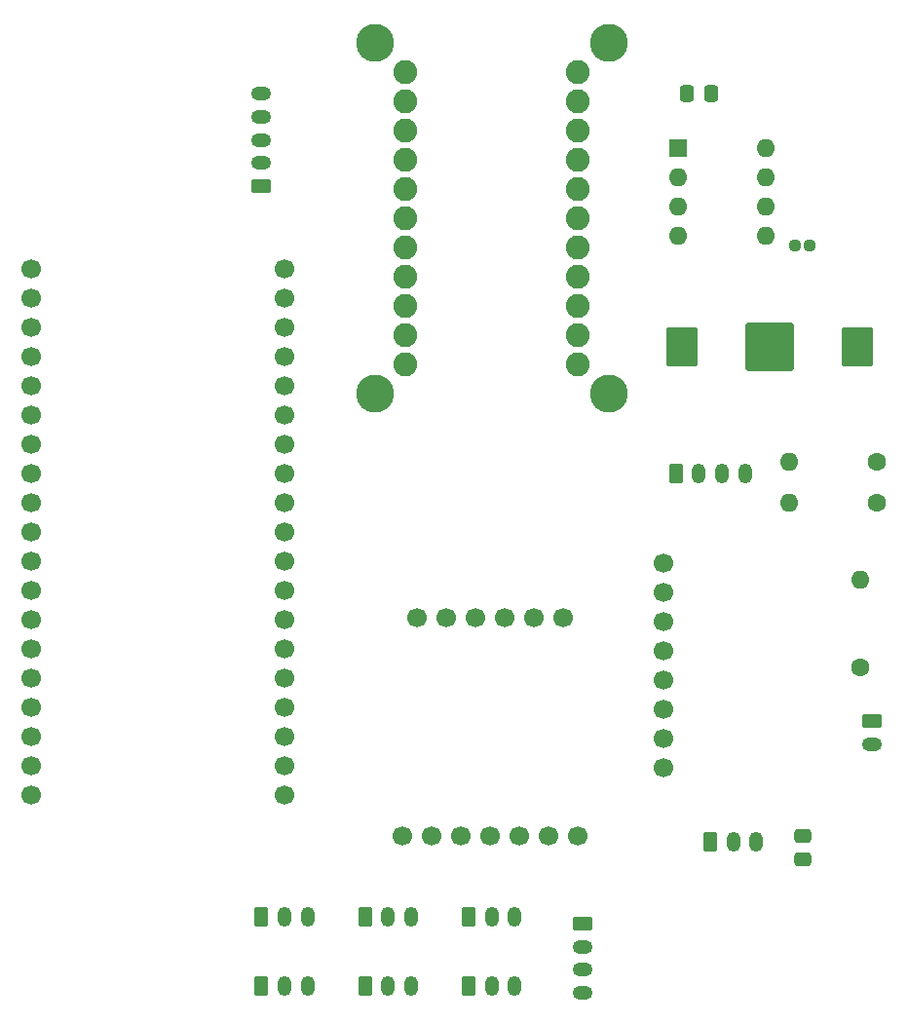
<source format=gbr>
%TF.GenerationSoftware,KiCad,Pcbnew,8.0.5*%
%TF.CreationDate,2025-03-06T00:48:24-05:00*%
%TF.ProjectId,CanSat_Sensor_Board,43616e53-6174-45f5-9365-6e736f725f42,rev?*%
%TF.SameCoordinates,Original*%
%TF.FileFunction,Soldermask,Top*%
%TF.FilePolarity,Negative*%
%FSLAX46Y46*%
G04 Gerber Fmt 4.6, Leading zero omitted, Abs format (unit mm)*
G04 Created by KiCad (PCBNEW 8.0.5) date 2025-03-06 00:48:24*
%MOMM*%
%LPD*%
G01*
G04 APERTURE LIST*
G04 Aperture macros list*
%AMRoundRect*
0 Rectangle with rounded corners*
0 $1 Rounding radius*
0 $2 $3 $4 $5 $6 $7 $8 $9 X,Y pos of 4 corners*
0 Add a 4 corners polygon primitive as box body*
4,1,4,$2,$3,$4,$5,$6,$7,$8,$9,$2,$3,0*
0 Add four circle primitives for the rounded corners*
1,1,$1+$1,$2,$3*
1,1,$1+$1,$4,$5*
1,1,$1+$1,$6,$7*
1,1,$1+$1,$8,$9*
0 Add four rect primitives between the rounded corners*
20,1,$1+$1,$2,$3,$4,$5,0*
20,1,$1+$1,$4,$5,$6,$7,0*
20,1,$1+$1,$6,$7,$8,$9,0*
20,1,$1+$1,$8,$9,$2,$3,0*%
G04 Aperture macros list end*
%ADD10C,1.600000*%
%ADD11O,1.600000X1.600000*%
%ADD12RoundRect,0.250000X-0.350000X-0.625000X0.350000X-0.625000X0.350000X0.625000X-0.350000X0.625000X0*%
%ADD13O,1.200000X1.750000*%
%ADD14C,3.302000*%
%ADD15C,2.083600*%
%ADD16C,1.114000*%
%ADD17C,1.700000*%
%ADD18RoundRect,0.250000X-0.475000X0.337500X-0.475000X-0.337500X0.475000X-0.337500X0.475000X0.337500X0*%
%ADD19RoundRect,0.102000X1.980000X1.980000X-1.980000X1.980000X-1.980000X-1.980000X1.980000X-1.980000X0*%
%ADD20RoundRect,0.102000X1.270000X1.585000X-1.270000X1.585000X-1.270000X-1.585000X1.270000X-1.585000X0*%
%ADD21RoundRect,0.250000X0.625000X-0.350000X0.625000X0.350000X-0.625000X0.350000X-0.625000X-0.350000X0*%
%ADD22O,1.750000X1.200000*%
%ADD23RoundRect,0.250000X-0.337500X-0.475000X0.337500X-0.475000X0.337500X0.475000X-0.337500X0.475000X0*%
%ADD24RoundRect,0.250000X-0.625000X0.350000X-0.625000X-0.350000X0.625000X-0.350000X0.625000X0.350000X0*%
%ADD25R,1.600000X1.600000*%
G04 APERTURE END LIST*
D10*
%TO.C,2.2k\u03A9R1*%
X187000000Y-97000000D03*
D11*
X179380000Y-97000000D03*
%TD*%
D12*
%TO.C,CPL1*%
X133500000Y-139000000D03*
D13*
X135500000Y-139000000D03*
X137500000Y-139000000D03*
%TD*%
D14*
%TO.C,XBeeProSB3*%
X163667000Y-87540000D03*
X163667000Y-57060000D03*
X143347000Y-87540000D03*
X143347000Y-57060000D03*
D15*
X146014000Y-85000000D03*
X146014000Y-82460000D03*
X146014000Y-79920000D03*
X146014000Y-77380000D03*
X146014000Y-74840000D03*
X146014000Y-72300000D03*
X146014000Y-69760000D03*
X146014000Y-67220000D03*
X146014000Y-64680000D03*
X146014000Y-62140000D03*
X146014000Y-59600000D03*
X161000000Y-59600000D03*
X161000000Y-62140000D03*
X161000000Y-64680000D03*
X161000000Y-67220000D03*
X161000000Y-69760000D03*
X161000000Y-72300000D03*
X161000000Y-74840000D03*
X161000000Y-77380000D03*
X161000000Y-79920000D03*
X161000000Y-82460000D03*
X161000000Y-85000000D03*
%TD*%
D16*
%TO.C,32.768KHzY1*%
X181135000Y-74672500D03*
X179865000Y-74672500D03*
%TD*%
D17*
%TO.C,Temp&Pressure1*%
X145760000Y-126000000D03*
X148300000Y-126000000D03*
X150840000Y-126000000D03*
X153380000Y-126000000D03*
X155920000Y-126000000D03*
X158460000Y-126000000D03*
X161000000Y-126000000D03*
%TD*%
D12*
%TO.C,Camera1*%
X133500000Y-133000000D03*
D13*
X135500000Y-133000000D03*
X137500000Y-133000000D03*
%TD*%
D18*
%TO.C,0.1uF1*%
X180500000Y-125962500D03*
X180500000Y-128037500D03*
%TD*%
D12*
%TO.C,GPS1*%
X169500000Y-94500000D03*
D13*
X171500000Y-94500000D03*
X173500000Y-94500000D03*
X175500000Y-94500000D03*
%TD*%
D12*
%TO.C,CPL3*%
X151500000Y-139050000D03*
D13*
X153500000Y-139050000D03*
X155500000Y-139050000D03*
%TD*%
D19*
%TO.C,Battery1*%
X177620000Y-83500000D03*
D20*
X185240000Y-83500000D03*
X170000000Y-83500000D03*
%TD*%
D21*
%TO.C,Cameras1&2*%
X133500000Y-69500000D03*
D22*
X133500000Y-67500000D03*
X133500000Y-65500000D03*
X133500000Y-63500000D03*
X133500000Y-61500000D03*
%TD*%
D10*
%TO.C,2.2k\u03A9R2*%
X187000000Y-93500000D03*
D11*
X179380000Y-93500000D03*
%TD*%
D12*
%TO.C,CPL2*%
X142500000Y-139050000D03*
D13*
X144500000Y-139050000D03*
X146500000Y-139050000D03*
%TD*%
D10*
%TO.C,100\u03A9R1*%
X185500000Y-111310000D03*
D11*
X185500000Y-103690000D03*
%TD*%
D12*
%TO.C,HallEffectSensor1*%
X172500000Y-126500000D03*
D13*
X174500000Y-126500000D03*
X176500000Y-126500000D03*
%TD*%
D23*
%TO.C,0.1uF2*%
X170462500Y-61500000D03*
X172537500Y-61500000D03*
%TD*%
D12*
%TO.C,Fin1*%
X142500000Y-133000000D03*
D13*
X144500000Y-133000000D03*
X146500000Y-133000000D03*
%TD*%
D24*
%TO.C,PowerIndicator1*%
X186550000Y-116000000D03*
D22*
X186550000Y-118000000D03*
%TD*%
D24*
%TO.C,Power1*%
X161400000Y-133600000D03*
D22*
X161400000Y-135600000D03*
X161400000Y-137600000D03*
X161400000Y-139600000D03*
%TD*%
D25*
%TO.C,DS1307+1*%
X169700000Y-66200000D03*
D11*
X169700000Y-68740000D03*
X169700000Y-71280000D03*
X169700000Y-73820000D03*
X177320000Y-73820000D03*
X177320000Y-71280000D03*
X177320000Y-68740000D03*
X177320000Y-66200000D03*
%TD*%
D12*
%TO.C,Fin2*%
X151500000Y-133000000D03*
D13*
X153500000Y-133000000D03*
X155500000Y-133000000D03*
%TD*%
D17*
%TO.C,ESP32*%
X113500000Y-76670000D03*
X113500000Y-79210000D03*
X113500000Y-81750000D03*
X113500000Y-84290000D03*
X113500000Y-86830000D03*
X113500000Y-89370000D03*
X113500000Y-91910000D03*
X113500000Y-94450000D03*
X113500000Y-96990000D03*
X113500000Y-99530000D03*
X113500000Y-102070000D03*
X113500000Y-104610000D03*
X113500000Y-107150000D03*
X113500000Y-109690000D03*
X113500000Y-112230000D03*
X113500000Y-114770000D03*
X113500000Y-117310000D03*
X113500000Y-119850000D03*
X113500000Y-122390000D03*
X135500000Y-76670000D03*
X135500000Y-79210000D03*
X135500000Y-81750000D03*
X135500000Y-84290000D03*
X135500000Y-86830000D03*
X135500000Y-89370000D03*
X135500000Y-91910000D03*
X135500000Y-94450000D03*
X135500000Y-96990000D03*
X135500000Y-99530000D03*
X135500000Y-102070000D03*
X135500000Y-104610000D03*
X135500000Y-107150000D03*
X135500000Y-109690000D03*
X135500000Y-112230000D03*
X135500000Y-114770000D03*
X135500000Y-117310000D03*
X135500000Y-119850000D03*
X135500000Y-122390000D03*
%TD*%
%TO.C,Magnetometer1*%
X147000000Y-107000000D03*
X149540000Y-107000000D03*
X152080000Y-107000000D03*
X154620000Y-107000000D03*
X157160000Y-107000000D03*
X159700000Y-107000000D03*
%TD*%
%TO.C,IMU1*%
X168445000Y-120065000D03*
X168445000Y-117525000D03*
X168445000Y-114985000D03*
X168445000Y-112445000D03*
X168445000Y-109905000D03*
X168445000Y-107365000D03*
X168445000Y-104825000D03*
X168445000Y-102285000D03*
%TD*%
M02*

</source>
